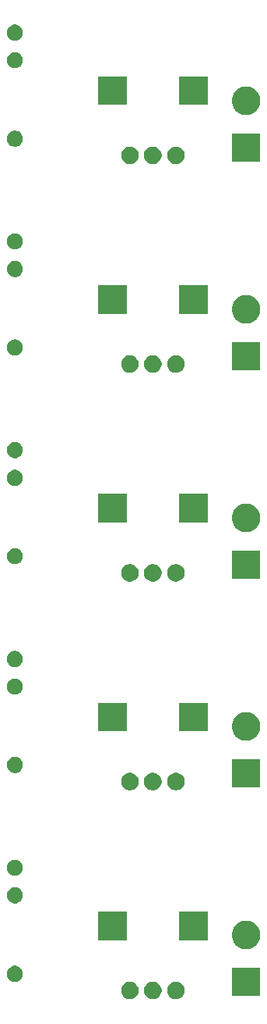
<source format=gbr>
G04 #@! TF.GenerationSoftware,KiCad,Pcbnew,(5.0.1-3-g963ef8bb5)*
G04 #@! TF.CreationDate,2019-10-31T13:33:25-05:00*
G04 #@! TF.ProjectId,ec_trim_12hp_module,65635F7472696D5F313268705F6D6F64,rev?*
G04 #@! TF.SameCoordinates,Original*
G04 #@! TF.FileFunction,Soldermask,Bot*
G04 #@! TF.FilePolarity,Negative*
%FSLAX46Y46*%
G04 Gerber Fmt 4.6, Leading zero omitted, Abs format (unit mm)*
G04 Created by KiCad (PCBNEW (5.0.1-3-g963ef8bb5)) date Thursday, October 31, 2019 at 01:33:25 PM*
%MOMM*%
%LPD*%
G01*
G04 APERTURE LIST*
%ADD10C,0.100000*%
G04 APERTURE END LIST*
D10*
G36*
X100232396Y-144160546D02*
X100405466Y-144232234D01*
X100561230Y-144336312D01*
X100693688Y-144468770D01*
X100797766Y-144624534D01*
X100869454Y-144797604D01*
X100906000Y-144981333D01*
X100906000Y-145168667D01*
X100869454Y-145352396D01*
X100797766Y-145525466D01*
X100693688Y-145681230D01*
X100561230Y-145813688D01*
X100405466Y-145917766D01*
X100232396Y-145989454D01*
X100048667Y-146026000D01*
X99861333Y-146026000D01*
X99677604Y-145989454D01*
X99504534Y-145917766D01*
X99348770Y-145813688D01*
X99216312Y-145681230D01*
X99112234Y-145525466D01*
X99040546Y-145352396D01*
X99004000Y-145168667D01*
X99004000Y-144981333D01*
X99040546Y-144797604D01*
X99112234Y-144624534D01*
X99216312Y-144468770D01*
X99348770Y-144336312D01*
X99504534Y-144232234D01*
X99677604Y-144160546D01*
X99861333Y-144124000D01*
X100048667Y-144124000D01*
X100232396Y-144160546D01*
X100232396Y-144160546D01*
G37*
G36*
X97732396Y-144160546D02*
X97905466Y-144232234D01*
X98061230Y-144336312D01*
X98193688Y-144468770D01*
X98297766Y-144624534D01*
X98369454Y-144797604D01*
X98406000Y-144981333D01*
X98406000Y-145168667D01*
X98369454Y-145352396D01*
X98297766Y-145525466D01*
X98193688Y-145681230D01*
X98061230Y-145813688D01*
X97905466Y-145917766D01*
X97732396Y-145989454D01*
X97548667Y-146026000D01*
X97361333Y-146026000D01*
X97177604Y-145989454D01*
X97004534Y-145917766D01*
X96848770Y-145813688D01*
X96716312Y-145681230D01*
X96612234Y-145525466D01*
X96540546Y-145352396D01*
X96504000Y-145168667D01*
X96504000Y-144981333D01*
X96540546Y-144797604D01*
X96612234Y-144624534D01*
X96716312Y-144468770D01*
X96848770Y-144336312D01*
X97004534Y-144232234D01*
X97177604Y-144160546D01*
X97361333Y-144124000D01*
X97548667Y-144124000D01*
X97732396Y-144160546D01*
X97732396Y-144160546D01*
G37*
G36*
X95232396Y-144160546D02*
X95405466Y-144232234D01*
X95561230Y-144336312D01*
X95693688Y-144468770D01*
X95797766Y-144624534D01*
X95869454Y-144797604D01*
X95906000Y-144981333D01*
X95906000Y-145168667D01*
X95869454Y-145352396D01*
X95797766Y-145525466D01*
X95693688Y-145681230D01*
X95561230Y-145813688D01*
X95405466Y-145917766D01*
X95232396Y-145989454D01*
X95048667Y-146026000D01*
X94861333Y-146026000D01*
X94677604Y-145989454D01*
X94504534Y-145917766D01*
X94348770Y-145813688D01*
X94216312Y-145681230D01*
X94112234Y-145525466D01*
X94040546Y-145352396D01*
X94004000Y-145168667D01*
X94004000Y-144981333D01*
X94040546Y-144797604D01*
X94112234Y-144624534D01*
X94216312Y-144468770D01*
X94348770Y-144336312D01*
X94504534Y-144232234D01*
X94677604Y-144160546D01*
X94861333Y-144124000D01*
X95048667Y-144124000D01*
X95232396Y-144160546D01*
X95232396Y-144160546D01*
G37*
G36*
X109152000Y-145696000D02*
X106050000Y-145696000D01*
X106050000Y-142594000D01*
X109152000Y-142594000D01*
X109152000Y-145696000D01*
X109152000Y-145696000D01*
G37*
G36*
X82583589Y-142407416D02*
X82710520Y-142432664D01*
X82869942Y-142498699D01*
X83013418Y-142594566D01*
X83135434Y-142716582D01*
X83231301Y-142860058D01*
X83297336Y-143019480D01*
X83331000Y-143188721D01*
X83331000Y-143361279D01*
X83297336Y-143530520D01*
X83231301Y-143689942D01*
X83135434Y-143833418D01*
X83013418Y-143955434D01*
X82869942Y-144051301D01*
X82710520Y-144117336D01*
X82583589Y-144142584D01*
X82541280Y-144151000D01*
X82368720Y-144151000D01*
X82326411Y-144142584D01*
X82199480Y-144117336D01*
X82040058Y-144051301D01*
X81896582Y-143955434D01*
X81774566Y-143833418D01*
X81678699Y-143689942D01*
X81612664Y-143530520D01*
X81579000Y-143361279D01*
X81579000Y-143188721D01*
X81612664Y-143019480D01*
X81678699Y-142860058D01*
X81774566Y-142716582D01*
X81896582Y-142594566D01*
X82040058Y-142498699D01*
X82199480Y-142432664D01*
X82326411Y-142407416D01*
X82368720Y-142399000D01*
X82541280Y-142399000D01*
X82583589Y-142407416D01*
X82583589Y-142407416D01*
G37*
G36*
X107953527Y-137553736D02*
X108053410Y-137573604D01*
X108335674Y-137690521D01*
X108589705Y-137860259D01*
X108805741Y-138076295D01*
X108975479Y-138330326D01*
X109092396Y-138612590D01*
X109152000Y-138912240D01*
X109152000Y-139217760D01*
X109092396Y-139517410D01*
X108975479Y-139799674D01*
X108805741Y-140053705D01*
X108589705Y-140269741D01*
X108335674Y-140439479D01*
X108053410Y-140556396D01*
X107953527Y-140576264D01*
X107753762Y-140616000D01*
X107448238Y-140616000D01*
X107248473Y-140576264D01*
X107148590Y-140556396D01*
X106866326Y-140439479D01*
X106612295Y-140269741D01*
X106396259Y-140053705D01*
X106226521Y-139799674D01*
X106109604Y-139517410D01*
X106050000Y-139217760D01*
X106050000Y-138912240D01*
X106109604Y-138612590D01*
X106226521Y-138330326D01*
X106396259Y-138076295D01*
X106612295Y-137860259D01*
X106866326Y-137690521D01*
X107148590Y-137573604D01*
X107248473Y-137553736D01*
X107448238Y-137514000D01*
X107753762Y-137514000D01*
X107953527Y-137553736D01*
X107953527Y-137553736D01*
G37*
G36*
X103406000Y-139626000D02*
X100304000Y-139626000D01*
X100304000Y-136524000D01*
X103406000Y-136524000D01*
X103406000Y-139626000D01*
X103406000Y-139626000D01*
G37*
G36*
X94606000Y-139626000D02*
X91504000Y-139626000D01*
X91504000Y-136524000D01*
X94606000Y-136524000D01*
X94606000Y-139626000D01*
X94606000Y-139626000D01*
G37*
G36*
X82583589Y-133907416D02*
X82710520Y-133932664D01*
X82869942Y-133998699D01*
X83013418Y-134094566D01*
X83135434Y-134216582D01*
X83231301Y-134360058D01*
X83297336Y-134519480D01*
X83331000Y-134688721D01*
X83331000Y-134861279D01*
X83297336Y-135030520D01*
X83231301Y-135189942D01*
X83135434Y-135333418D01*
X83013418Y-135455434D01*
X82869942Y-135551301D01*
X82710520Y-135617336D01*
X82583589Y-135642584D01*
X82541280Y-135651000D01*
X82368720Y-135651000D01*
X82326411Y-135642584D01*
X82199480Y-135617336D01*
X82040058Y-135551301D01*
X81896582Y-135455434D01*
X81774566Y-135333418D01*
X81678699Y-135189942D01*
X81612664Y-135030520D01*
X81579000Y-134861279D01*
X81579000Y-134688721D01*
X81612664Y-134519480D01*
X81678699Y-134360058D01*
X81774566Y-134216582D01*
X81896582Y-134094566D01*
X82040058Y-133998699D01*
X82199480Y-133932664D01*
X82326411Y-133907416D01*
X82368720Y-133899000D01*
X82541280Y-133899000D01*
X82583589Y-133907416D01*
X82583589Y-133907416D01*
G37*
G36*
X82583589Y-130907416D02*
X82710520Y-130932664D01*
X82869942Y-130998699D01*
X83013418Y-131094566D01*
X83135434Y-131216582D01*
X83231301Y-131360058D01*
X83297336Y-131519480D01*
X83331000Y-131688721D01*
X83331000Y-131861279D01*
X83297336Y-132030520D01*
X83231301Y-132189942D01*
X83135434Y-132333418D01*
X83013418Y-132455434D01*
X82869942Y-132551301D01*
X82710520Y-132617336D01*
X82583589Y-132642584D01*
X82541280Y-132651000D01*
X82368720Y-132651000D01*
X82326411Y-132642584D01*
X82199480Y-132617336D01*
X82040058Y-132551301D01*
X81896582Y-132455434D01*
X81774566Y-132333418D01*
X81678699Y-132189942D01*
X81612664Y-132030520D01*
X81579000Y-131861279D01*
X81579000Y-131688721D01*
X81612664Y-131519480D01*
X81678699Y-131360058D01*
X81774566Y-131216582D01*
X81896582Y-131094566D01*
X82040058Y-130998699D01*
X82199480Y-130932664D01*
X82326411Y-130907416D01*
X82368720Y-130899000D01*
X82541280Y-130899000D01*
X82583589Y-130907416D01*
X82583589Y-130907416D01*
G37*
G36*
X100232396Y-121529796D02*
X100405466Y-121601484D01*
X100561230Y-121705562D01*
X100693688Y-121838020D01*
X100797766Y-121993784D01*
X100869454Y-122166854D01*
X100906000Y-122350583D01*
X100906000Y-122537917D01*
X100869454Y-122721646D01*
X100797766Y-122894716D01*
X100693688Y-123050480D01*
X100561230Y-123182938D01*
X100405466Y-123287016D01*
X100232396Y-123358704D01*
X100048667Y-123395250D01*
X99861333Y-123395250D01*
X99677604Y-123358704D01*
X99504534Y-123287016D01*
X99348770Y-123182938D01*
X99216312Y-123050480D01*
X99112234Y-122894716D01*
X99040546Y-122721646D01*
X99004000Y-122537917D01*
X99004000Y-122350583D01*
X99040546Y-122166854D01*
X99112234Y-121993784D01*
X99216312Y-121838020D01*
X99348770Y-121705562D01*
X99504534Y-121601484D01*
X99677604Y-121529796D01*
X99861333Y-121493250D01*
X100048667Y-121493250D01*
X100232396Y-121529796D01*
X100232396Y-121529796D01*
G37*
G36*
X97732396Y-121529796D02*
X97905466Y-121601484D01*
X98061230Y-121705562D01*
X98193688Y-121838020D01*
X98297766Y-121993784D01*
X98369454Y-122166854D01*
X98406000Y-122350583D01*
X98406000Y-122537917D01*
X98369454Y-122721646D01*
X98297766Y-122894716D01*
X98193688Y-123050480D01*
X98061230Y-123182938D01*
X97905466Y-123287016D01*
X97732396Y-123358704D01*
X97548667Y-123395250D01*
X97361333Y-123395250D01*
X97177604Y-123358704D01*
X97004534Y-123287016D01*
X96848770Y-123182938D01*
X96716312Y-123050480D01*
X96612234Y-122894716D01*
X96540546Y-122721646D01*
X96504000Y-122537917D01*
X96504000Y-122350583D01*
X96540546Y-122166854D01*
X96612234Y-121993784D01*
X96716312Y-121838020D01*
X96848770Y-121705562D01*
X97004534Y-121601484D01*
X97177604Y-121529796D01*
X97361333Y-121493250D01*
X97548667Y-121493250D01*
X97732396Y-121529796D01*
X97732396Y-121529796D01*
G37*
G36*
X95232396Y-121529796D02*
X95405466Y-121601484D01*
X95561230Y-121705562D01*
X95693688Y-121838020D01*
X95797766Y-121993784D01*
X95869454Y-122166854D01*
X95906000Y-122350583D01*
X95906000Y-122537917D01*
X95869454Y-122721646D01*
X95797766Y-122894716D01*
X95693688Y-123050480D01*
X95561230Y-123182938D01*
X95405466Y-123287016D01*
X95232396Y-123358704D01*
X95048667Y-123395250D01*
X94861333Y-123395250D01*
X94677604Y-123358704D01*
X94504534Y-123287016D01*
X94348770Y-123182938D01*
X94216312Y-123050480D01*
X94112234Y-122894716D01*
X94040546Y-122721646D01*
X94004000Y-122537917D01*
X94004000Y-122350583D01*
X94040546Y-122166854D01*
X94112234Y-121993784D01*
X94216312Y-121838020D01*
X94348770Y-121705562D01*
X94504534Y-121601484D01*
X94677604Y-121529796D01*
X94861333Y-121493250D01*
X95048667Y-121493250D01*
X95232396Y-121529796D01*
X95232396Y-121529796D01*
G37*
G36*
X109152000Y-123090000D02*
X106050000Y-123090000D01*
X106050000Y-119988000D01*
X109152000Y-119988000D01*
X109152000Y-123090000D01*
X109152000Y-123090000D01*
G37*
G36*
X82583589Y-119776666D02*
X82710520Y-119801914D01*
X82869942Y-119867949D01*
X83013418Y-119963816D01*
X83135434Y-120085832D01*
X83231301Y-120229308D01*
X83297336Y-120388730D01*
X83331000Y-120557971D01*
X83331000Y-120730529D01*
X83297336Y-120899770D01*
X83231301Y-121059192D01*
X83135434Y-121202668D01*
X83013418Y-121324684D01*
X82869942Y-121420551D01*
X82710520Y-121486586D01*
X82583589Y-121511834D01*
X82541280Y-121520250D01*
X82368720Y-121520250D01*
X82326411Y-121511834D01*
X82199480Y-121486586D01*
X82040058Y-121420551D01*
X81896582Y-121324684D01*
X81774566Y-121202668D01*
X81678699Y-121059192D01*
X81612664Y-120899770D01*
X81579000Y-120730529D01*
X81579000Y-120557971D01*
X81612664Y-120388730D01*
X81678699Y-120229308D01*
X81774566Y-120085832D01*
X81896582Y-119963816D01*
X82040058Y-119867949D01*
X82199480Y-119801914D01*
X82326411Y-119776666D01*
X82368720Y-119768250D01*
X82541280Y-119768250D01*
X82583589Y-119776666D01*
X82583589Y-119776666D01*
G37*
G36*
X107953527Y-114947736D02*
X108053410Y-114967604D01*
X108335674Y-115084521D01*
X108589705Y-115254259D01*
X108805741Y-115470295D01*
X108975479Y-115724326D01*
X109092396Y-116006590D01*
X109152000Y-116306240D01*
X109152000Y-116611760D01*
X109092396Y-116911410D01*
X108975479Y-117193674D01*
X108805741Y-117447705D01*
X108589705Y-117663741D01*
X108335674Y-117833479D01*
X108053410Y-117950396D01*
X107953527Y-117970264D01*
X107753762Y-118010000D01*
X107448238Y-118010000D01*
X107248473Y-117970264D01*
X107148590Y-117950396D01*
X106866326Y-117833479D01*
X106612295Y-117663741D01*
X106396259Y-117447705D01*
X106226521Y-117193674D01*
X106109604Y-116911410D01*
X106050000Y-116611760D01*
X106050000Y-116306240D01*
X106109604Y-116006590D01*
X106226521Y-115724326D01*
X106396259Y-115470295D01*
X106612295Y-115254259D01*
X106866326Y-115084521D01*
X107148590Y-114967604D01*
X107248473Y-114947736D01*
X107448238Y-114908000D01*
X107753762Y-114908000D01*
X107953527Y-114947736D01*
X107953527Y-114947736D01*
G37*
G36*
X103406000Y-116995250D02*
X100304000Y-116995250D01*
X100304000Y-113893250D01*
X103406000Y-113893250D01*
X103406000Y-116995250D01*
X103406000Y-116995250D01*
G37*
G36*
X94606000Y-116995250D02*
X91504000Y-116995250D01*
X91504000Y-113893250D01*
X94606000Y-113893250D01*
X94606000Y-116995250D01*
X94606000Y-116995250D01*
G37*
G36*
X82583589Y-111276666D02*
X82710520Y-111301914D01*
X82869942Y-111367949D01*
X83013418Y-111463816D01*
X83135434Y-111585832D01*
X83231301Y-111729308D01*
X83297336Y-111888730D01*
X83331000Y-112057971D01*
X83331000Y-112230529D01*
X83297336Y-112399770D01*
X83231301Y-112559192D01*
X83135434Y-112702668D01*
X83013418Y-112824684D01*
X82869942Y-112920551D01*
X82710520Y-112986586D01*
X82583589Y-113011834D01*
X82541280Y-113020250D01*
X82368720Y-113020250D01*
X82326411Y-113011834D01*
X82199480Y-112986586D01*
X82040058Y-112920551D01*
X81896582Y-112824684D01*
X81774566Y-112702668D01*
X81678699Y-112559192D01*
X81612664Y-112399770D01*
X81579000Y-112230529D01*
X81579000Y-112057971D01*
X81612664Y-111888730D01*
X81678699Y-111729308D01*
X81774566Y-111585832D01*
X81896582Y-111463816D01*
X82040058Y-111367949D01*
X82199480Y-111301914D01*
X82326411Y-111276666D01*
X82368720Y-111268250D01*
X82541280Y-111268250D01*
X82583589Y-111276666D01*
X82583589Y-111276666D01*
G37*
G36*
X82583589Y-108276666D02*
X82710520Y-108301914D01*
X82869942Y-108367949D01*
X83013418Y-108463816D01*
X83135434Y-108585832D01*
X83231301Y-108729308D01*
X83297336Y-108888730D01*
X83331000Y-109057971D01*
X83331000Y-109230529D01*
X83297336Y-109399770D01*
X83231301Y-109559192D01*
X83135434Y-109702668D01*
X83013418Y-109824684D01*
X82869942Y-109920551D01*
X82710520Y-109986586D01*
X82583589Y-110011834D01*
X82541280Y-110020250D01*
X82368720Y-110020250D01*
X82326411Y-110011834D01*
X82199480Y-109986586D01*
X82040058Y-109920551D01*
X81896582Y-109824684D01*
X81774566Y-109702668D01*
X81678699Y-109559192D01*
X81612664Y-109399770D01*
X81579000Y-109230529D01*
X81579000Y-109057971D01*
X81612664Y-108888730D01*
X81678699Y-108729308D01*
X81774566Y-108585832D01*
X81896582Y-108463816D01*
X82040058Y-108367949D01*
X82199480Y-108301914D01*
X82326411Y-108276666D01*
X82368720Y-108268250D01*
X82541280Y-108268250D01*
X82583589Y-108276666D01*
X82583589Y-108276666D01*
G37*
G36*
X95232396Y-98899046D02*
X95405466Y-98970734D01*
X95561230Y-99074812D01*
X95693688Y-99207270D01*
X95797766Y-99363034D01*
X95869454Y-99536104D01*
X95906000Y-99719833D01*
X95906000Y-99907167D01*
X95869454Y-100090896D01*
X95797766Y-100263966D01*
X95693688Y-100419730D01*
X95561230Y-100552188D01*
X95405466Y-100656266D01*
X95232396Y-100727954D01*
X95048667Y-100764500D01*
X94861333Y-100764500D01*
X94677604Y-100727954D01*
X94504534Y-100656266D01*
X94348770Y-100552188D01*
X94216312Y-100419730D01*
X94112234Y-100263966D01*
X94040546Y-100090896D01*
X94004000Y-99907167D01*
X94004000Y-99719833D01*
X94040546Y-99536104D01*
X94112234Y-99363034D01*
X94216312Y-99207270D01*
X94348770Y-99074812D01*
X94504534Y-98970734D01*
X94677604Y-98899046D01*
X94861333Y-98862500D01*
X95048667Y-98862500D01*
X95232396Y-98899046D01*
X95232396Y-98899046D01*
G37*
G36*
X100232396Y-98899046D02*
X100405466Y-98970734D01*
X100561230Y-99074812D01*
X100693688Y-99207270D01*
X100797766Y-99363034D01*
X100869454Y-99536104D01*
X100906000Y-99719833D01*
X100906000Y-99907167D01*
X100869454Y-100090896D01*
X100797766Y-100263966D01*
X100693688Y-100419730D01*
X100561230Y-100552188D01*
X100405466Y-100656266D01*
X100232396Y-100727954D01*
X100048667Y-100764500D01*
X99861333Y-100764500D01*
X99677604Y-100727954D01*
X99504534Y-100656266D01*
X99348770Y-100552188D01*
X99216312Y-100419730D01*
X99112234Y-100263966D01*
X99040546Y-100090896D01*
X99004000Y-99907167D01*
X99004000Y-99719833D01*
X99040546Y-99536104D01*
X99112234Y-99363034D01*
X99216312Y-99207270D01*
X99348770Y-99074812D01*
X99504534Y-98970734D01*
X99677604Y-98899046D01*
X99861333Y-98862500D01*
X100048667Y-98862500D01*
X100232396Y-98899046D01*
X100232396Y-98899046D01*
G37*
G36*
X97732396Y-98899046D02*
X97905466Y-98970734D01*
X98061230Y-99074812D01*
X98193688Y-99207270D01*
X98297766Y-99363034D01*
X98369454Y-99536104D01*
X98406000Y-99719833D01*
X98406000Y-99907167D01*
X98369454Y-100090896D01*
X98297766Y-100263966D01*
X98193688Y-100419730D01*
X98061230Y-100552188D01*
X97905466Y-100656266D01*
X97732396Y-100727954D01*
X97548667Y-100764500D01*
X97361333Y-100764500D01*
X97177604Y-100727954D01*
X97004534Y-100656266D01*
X96848770Y-100552188D01*
X96716312Y-100419730D01*
X96612234Y-100263966D01*
X96540546Y-100090896D01*
X96504000Y-99907167D01*
X96504000Y-99719833D01*
X96540546Y-99536104D01*
X96612234Y-99363034D01*
X96716312Y-99207270D01*
X96848770Y-99074812D01*
X97004534Y-98970734D01*
X97177604Y-98899046D01*
X97361333Y-98862500D01*
X97548667Y-98862500D01*
X97732396Y-98899046D01*
X97732396Y-98899046D01*
G37*
G36*
X109152000Y-100484000D02*
X106050000Y-100484000D01*
X106050000Y-97382000D01*
X109152000Y-97382000D01*
X109152000Y-100484000D01*
X109152000Y-100484000D01*
G37*
G36*
X82583589Y-97145916D02*
X82710520Y-97171164D01*
X82869942Y-97237199D01*
X83013418Y-97333066D01*
X83135434Y-97455082D01*
X83231301Y-97598558D01*
X83297336Y-97757980D01*
X83331000Y-97927221D01*
X83331000Y-98099779D01*
X83297336Y-98269020D01*
X83231301Y-98428442D01*
X83135434Y-98571918D01*
X83013418Y-98693934D01*
X82869942Y-98789801D01*
X82710520Y-98855836D01*
X82583589Y-98881084D01*
X82541280Y-98889500D01*
X82368720Y-98889500D01*
X82326411Y-98881084D01*
X82199480Y-98855836D01*
X82040058Y-98789801D01*
X81896582Y-98693934D01*
X81774566Y-98571918D01*
X81678699Y-98428442D01*
X81612664Y-98269020D01*
X81579000Y-98099779D01*
X81579000Y-97927221D01*
X81612664Y-97757980D01*
X81678699Y-97598558D01*
X81774566Y-97455082D01*
X81896582Y-97333066D01*
X82040058Y-97237199D01*
X82199480Y-97171164D01*
X82326411Y-97145916D01*
X82368720Y-97137500D01*
X82541280Y-97137500D01*
X82583589Y-97145916D01*
X82583589Y-97145916D01*
G37*
G36*
X107953527Y-92341736D02*
X108053410Y-92361604D01*
X108335674Y-92478521D01*
X108589705Y-92648259D01*
X108805741Y-92864295D01*
X108975479Y-93118326D01*
X109092396Y-93400590D01*
X109152000Y-93700240D01*
X109152000Y-94005760D01*
X109092396Y-94305410D01*
X108975479Y-94587674D01*
X108805741Y-94841705D01*
X108589705Y-95057741D01*
X108335674Y-95227479D01*
X108053410Y-95344396D01*
X107953527Y-95364264D01*
X107753762Y-95404000D01*
X107448238Y-95404000D01*
X107248473Y-95364264D01*
X107148590Y-95344396D01*
X106866326Y-95227479D01*
X106612295Y-95057741D01*
X106396259Y-94841705D01*
X106226521Y-94587674D01*
X106109604Y-94305410D01*
X106050000Y-94005760D01*
X106050000Y-93700240D01*
X106109604Y-93400590D01*
X106226521Y-93118326D01*
X106396259Y-92864295D01*
X106612295Y-92648259D01*
X106866326Y-92478521D01*
X107148590Y-92361604D01*
X107248473Y-92341736D01*
X107448238Y-92302000D01*
X107753762Y-92302000D01*
X107953527Y-92341736D01*
X107953527Y-92341736D01*
G37*
G36*
X94606000Y-94364500D02*
X91504000Y-94364500D01*
X91504000Y-91262500D01*
X94606000Y-91262500D01*
X94606000Y-94364500D01*
X94606000Y-94364500D01*
G37*
G36*
X103406000Y-94364500D02*
X100304000Y-94364500D01*
X100304000Y-91262500D01*
X103406000Y-91262500D01*
X103406000Y-94364500D01*
X103406000Y-94364500D01*
G37*
G36*
X82583589Y-88645916D02*
X82710520Y-88671164D01*
X82869942Y-88737199D01*
X83013418Y-88833066D01*
X83135434Y-88955082D01*
X83231301Y-89098558D01*
X83297336Y-89257980D01*
X83331000Y-89427221D01*
X83331000Y-89599779D01*
X83297336Y-89769020D01*
X83231301Y-89928442D01*
X83135434Y-90071918D01*
X83013418Y-90193934D01*
X82869942Y-90289801D01*
X82710520Y-90355836D01*
X82583589Y-90381084D01*
X82541280Y-90389500D01*
X82368720Y-90389500D01*
X82326411Y-90381084D01*
X82199480Y-90355836D01*
X82040058Y-90289801D01*
X81896582Y-90193934D01*
X81774566Y-90071918D01*
X81678699Y-89928442D01*
X81612664Y-89769020D01*
X81579000Y-89599779D01*
X81579000Y-89427221D01*
X81612664Y-89257980D01*
X81678699Y-89098558D01*
X81774566Y-88955082D01*
X81896582Y-88833066D01*
X82040058Y-88737199D01*
X82199480Y-88671164D01*
X82326411Y-88645916D01*
X82368720Y-88637500D01*
X82541280Y-88637500D01*
X82583589Y-88645916D01*
X82583589Y-88645916D01*
G37*
G36*
X82583589Y-85645916D02*
X82710520Y-85671164D01*
X82869942Y-85737199D01*
X83013418Y-85833066D01*
X83135434Y-85955082D01*
X83231301Y-86098558D01*
X83297336Y-86257980D01*
X83331000Y-86427221D01*
X83331000Y-86599779D01*
X83297336Y-86769020D01*
X83231301Y-86928442D01*
X83135434Y-87071918D01*
X83013418Y-87193934D01*
X82869942Y-87289801D01*
X82710520Y-87355836D01*
X82583589Y-87381084D01*
X82541280Y-87389500D01*
X82368720Y-87389500D01*
X82326411Y-87381084D01*
X82199480Y-87355836D01*
X82040058Y-87289801D01*
X81896582Y-87193934D01*
X81774566Y-87071918D01*
X81678699Y-86928442D01*
X81612664Y-86769020D01*
X81579000Y-86599779D01*
X81579000Y-86427221D01*
X81612664Y-86257980D01*
X81678699Y-86098558D01*
X81774566Y-85955082D01*
X81896582Y-85833066D01*
X82040058Y-85737199D01*
X82199480Y-85671164D01*
X82326411Y-85645916D01*
X82368720Y-85637500D01*
X82541280Y-85637500D01*
X82583589Y-85645916D01*
X82583589Y-85645916D01*
G37*
G36*
X97732396Y-76268296D02*
X97905466Y-76339984D01*
X98061230Y-76444062D01*
X98193688Y-76576520D01*
X98297766Y-76732284D01*
X98369454Y-76905354D01*
X98406000Y-77089083D01*
X98406000Y-77276417D01*
X98369454Y-77460146D01*
X98297766Y-77633216D01*
X98193688Y-77788980D01*
X98061230Y-77921438D01*
X97905466Y-78025516D01*
X97732396Y-78097204D01*
X97548667Y-78133750D01*
X97361333Y-78133750D01*
X97177604Y-78097204D01*
X97004534Y-78025516D01*
X96848770Y-77921438D01*
X96716312Y-77788980D01*
X96612234Y-77633216D01*
X96540546Y-77460146D01*
X96504000Y-77276417D01*
X96504000Y-77089083D01*
X96540546Y-76905354D01*
X96612234Y-76732284D01*
X96716312Y-76576520D01*
X96848770Y-76444062D01*
X97004534Y-76339984D01*
X97177604Y-76268296D01*
X97361333Y-76231750D01*
X97548667Y-76231750D01*
X97732396Y-76268296D01*
X97732396Y-76268296D01*
G37*
G36*
X100232396Y-76268296D02*
X100405466Y-76339984D01*
X100561230Y-76444062D01*
X100693688Y-76576520D01*
X100797766Y-76732284D01*
X100869454Y-76905354D01*
X100906000Y-77089083D01*
X100906000Y-77276417D01*
X100869454Y-77460146D01*
X100797766Y-77633216D01*
X100693688Y-77788980D01*
X100561230Y-77921438D01*
X100405466Y-78025516D01*
X100232396Y-78097204D01*
X100048667Y-78133750D01*
X99861333Y-78133750D01*
X99677604Y-78097204D01*
X99504534Y-78025516D01*
X99348770Y-77921438D01*
X99216312Y-77788980D01*
X99112234Y-77633216D01*
X99040546Y-77460146D01*
X99004000Y-77276417D01*
X99004000Y-77089083D01*
X99040546Y-76905354D01*
X99112234Y-76732284D01*
X99216312Y-76576520D01*
X99348770Y-76444062D01*
X99504534Y-76339984D01*
X99677604Y-76268296D01*
X99861333Y-76231750D01*
X100048667Y-76231750D01*
X100232396Y-76268296D01*
X100232396Y-76268296D01*
G37*
G36*
X95232396Y-76268296D02*
X95405466Y-76339984D01*
X95561230Y-76444062D01*
X95693688Y-76576520D01*
X95797766Y-76732284D01*
X95869454Y-76905354D01*
X95906000Y-77089083D01*
X95906000Y-77276417D01*
X95869454Y-77460146D01*
X95797766Y-77633216D01*
X95693688Y-77788980D01*
X95561230Y-77921438D01*
X95405466Y-78025516D01*
X95232396Y-78097204D01*
X95048667Y-78133750D01*
X94861333Y-78133750D01*
X94677604Y-78097204D01*
X94504534Y-78025516D01*
X94348770Y-77921438D01*
X94216312Y-77788980D01*
X94112234Y-77633216D01*
X94040546Y-77460146D01*
X94004000Y-77276417D01*
X94004000Y-77089083D01*
X94040546Y-76905354D01*
X94112234Y-76732284D01*
X94216312Y-76576520D01*
X94348770Y-76444062D01*
X94504534Y-76339984D01*
X94677604Y-76268296D01*
X94861333Y-76231750D01*
X95048667Y-76231750D01*
X95232396Y-76268296D01*
X95232396Y-76268296D01*
G37*
G36*
X109152000Y-77878000D02*
X106050000Y-77878000D01*
X106050000Y-74776000D01*
X109152000Y-74776000D01*
X109152000Y-77878000D01*
X109152000Y-77878000D01*
G37*
G36*
X82583589Y-74515166D02*
X82710520Y-74540414D01*
X82869942Y-74606449D01*
X83013418Y-74702316D01*
X83135434Y-74824332D01*
X83231301Y-74967808D01*
X83297336Y-75127230D01*
X83331000Y-75296471D01*
X83331000Y-75469029D01*
X83297336Y-75638270D01*
X83231301Y-75797692D01*
X83135434Y-75941168D01*
X83013418Y-76063184D01*
X82869942Y-76159051D01*
X82710520Y-76225086D01*
X82583589Y-76250334D01*
X82541280Y-76258750D01*
X82368720Y-76258750D01*
X82326411Y-76250334D01*
X82199480Y-76225086D01*
X82040058Y-76159051D01*
X81896582Y-76063184D01*
X81774566Y-75941168D01*
X81678699Y-75797692D01*
X81612664Y-75638270D01*
X81579000Y-75469029D01*
X81579000Y-75296471D01*
X81612664Y-75127230D01*
X81678699Y-74967808D01*
X81774566Y-74824332D01*
X81896582Y-74702316D01*
X82040058Y-74606449D01*
X82199480Y-74540414D01*
X82326411Y-74515166D01*
X82368720Y-74506750D01*
X82541280Y-74506750D01*
X82583589Y-74515166D01*
X82583589Y-74515166D01*
G37*
G36*
X107953527Y-69735736D02*
X108053410Y-69755604D01*
X108335674Y-69872521D01*
X108589705Y-70042259D01*
X108805741Y-70258295D01*
X108975479Y-70512326D01*
X109092396Y-70794590D01*
X109152000Y-71094240D01*
X109152000Y-71399760D01*
X109092396Y-71699410D01*
X108975479Y-71981674D01*
X108805741Y-72235705D01*
X108589705Y-72451741D01*
X108335674Y-72621479D01*
X108053410Y-72738396D01*
X107953527Y-72758264D01*
X107753762Y-72798000D01*
X107448238Y-72798000D01*
X107248473Y-72758264D01*
X107148590Y-72738396D01*
X106866326Y-72621479D01*
X106612295Y-72451741D01*
X106396259Y-72235705D01*
X106226521Y-71981674D01*
X106109604Y-71699410D01*
X106050000Y-71399760D01*
X106050000Y-71094240D01*
X106109604Y-70794590D01*
X106226521Y-70512326D01*
X106396259Y-70258295D01*
X106612295Y-70042259D01*
X106866326Y-69872521D01*
X107148590Y-69755604D01*
X107248473Y-69735736D01*
X107448238Y-69696000D01*
X107753762Y-69696000D01*
X107953527Y-69735736D01*
X107953527Y-69735736D01*
G37*
G36*
X103406000Y-71733750D02*
X100304000Y-71733750D01*
X100304000Y-68631750D01*
X103406000Y-68631750D01*
X103406000Y-71733750D01*
X103406000Y-71733750D01*
G37*
G36*
X94606000Y-71733750D02*
X91504000Y-71733750D01*
X91504000Y-68631750D01*
X94606000Y-68631750D01*
X94606000Y-71733750D01*
X94606000Y-71733750D01*
G37*
G36*
X82583589Y-66015166D02*
X82710520Y-66040414D01*
X82869942Y-66106449D01*
X83013418Y-66202316D01*
X83135434Y-66324332D01*
X83231301Y-66467808D01*
X83297336Y-66627230D01*
X83331000Y-66796471D01*
X83331000Y-66969029D01*
X83297336Y-67138270D01*
X83231301Y-67297692D01*
X83135434Y-67441168D01*
X83013418Y-67563184D01*
X82869942Y-67659051D01*
X82710520Y-67725086D01*
X82583589Y-67750334D01*
X82541280Y-67758750D01*
X82368720Y-67758750D01*
X82326411Y-67750334D01*
X82199480Y-67725086D01*
X82040058Y-67659051D01*
X81896582Y-67563184D01*
X81774566Y-67441168D01*
X81678699Y-67297692D01*
X81612664Y-67138270D01*
X81579000Y-66969029D01*
X81579000Y-66796471D01*
X81612664Y-66627230D01*
X81678699Y-66467808D01*
X81774566Y-66324332D01*
X81896582Y-66202316D01*
X82040058Y-66106449D01*
X82199480Y-66040414D01*
X82326411Y-66015166D01*
X82368720Y-66006750D01*
X82541280Y-66006750D01*
X82583589Y-66015166D01*
X82583589Y-66015166D01*
G37*
G36*
X82583589Y-63015166D02*
X82710520Y-63040414D01*
X82869942Y-63106449D01*
X83013418Y-63202316D01*
X83135434Y-63324332D01*
X83231301Y-63467808D01*
X83297336Y-63627230D01*
X83331000Y-63796471D01*
X83331000Y-63969029D01*
X83297336Y-64138270D01*
X83231301Y-64297692D01*
X83135434Y-64441168D01*
X83013418Y-64563184D01*
X82869942Y-64659051D01*
X82710520Y-64725086D01*
X82583589Y-64750334D01*
X82541280Y-64758750D01*
X82368720Y-64758750D01*
X82326411Y-64750334D01*
X82199480Y-64725086D01*
X82040058Y-64659051D01*
X81896582Y-64563184D01*
X81774566Y-64441168D01*
X81678699Y-64297692D01*
X81612664Y-64138270D01*
X81579000Y-63969029D01*
X81579000Y-63796471D01*
X81612664Y-63627230D01*
X81678699Y-63467808D01*
X81774566Y-63324332D01*
X81896582Y-63202316D01*
X82040058Y-63106449D01*
X82199480Y-63040414D01*
X82326411Y-63015166D01*
X82368720Y-63006750D01*
X82541280Y-63006750D01*
X82583589Y-63015166D01*
X82583589Y-63015166D01*
G37*
G36*
X97732396Y-53637546D02*
X97905466Y-53709234D01*
X98061230Y-53813312D01*
X98193688Y-53945770D01*
X98297766Y-54101534D01*
X98369454Y-54274604D01*
X98406000Y-54458333D01*
X98406000Y-54645667D01*
X98369454Y-54829396D01*
X98297766Y-55002466D01*
X98193688Y-55158230D01*
X98061230Y-55290688D01*
X97905466Y-55394766D01*
X97732396Y-55466454D01*
X97548667Y-55503000D01*
X97361333Y-55503000D01*
X97177604Y-55466454D01*
X97004534Y-55394766D01*
X96848770Y-55290688D01*
X96716312Y-55158230D01*
X96612234Y-55002466D01*
X96540546Y-54829396D01*
X96504000Y-54645667D01*
X96504000Y-54458333D01*
X96540546Y-54274604D01*
X96612234Y-54101534D01*
X96716312Y-53945770D01*
X96848770Y-53813312D01*
X97004534Y-53709234D01*
X97177604Y-53637546D01*
X97361333Y-53601000D01*
X97548667Y-53601000D01*
X97732396Y-53637546D01*
X97732396Y-53637546D01*
G37*
G36*
X100232396Y-53637546D02*
X100405466Y-53709234D01*
X100561230Y-53813312D01*
X100693688Y-53945770D01*
X100797766Y-54101534D01*
X100869454Y-54274604D01*
X100906000Y-54458333D01*
X100906000Y-54645667D01*
X100869454Y-54829396D01*
X100797766Y-55002466D01*
X100693688Y-55158230D01*
X100561230Y-55290688D01*
X100405466Y-55394766D01*
X100232396Y-55466454D01*
X100048667Y-55503000D01*
X99861333Y-55503000D01*
X99677604Y-55466454D01*
X99504534Y-55394766D01*
X99348770Y-55290688D01*
X99216312Y-55158230D01*
X99112234Y-55002466D01*
X99040546Y-54829396D01*
X99004000Y-54645667D01*
X99004000Y-54458333D01*
X99040546Y-54274604D01*
X99112234Y-54101534D01*
X99216312Y-53945770D01*
X99348770Y-53813312D01*
X99504534Y-53709234D01*
X99677604Y-53637546D01*
X99861333Y-53601000D01*
X100048667Y-53601000D01*
X100232396Y-53637546D01*
X100232396Y-53637546D01*
G37*
G36*
X95232396Y-53637546D02*
X95405466Y-53709234D01*
X95561230Y-53813312D01*
X95693688Y-53945770D01*
X95797766Y-54101534D01*
X95869454Y-54274604D01*
X95906000Y-54458333D01*
X95906000Y-54645667D01*
X95869454Y-54829396D01*
X95797766Y-55002466D01*
X95693688Y-55158230D01*
X95561230Y-55290688D01*
X95405466Y-55394766D01*
X95232396Y-55466454D01*
X95048667Y-55503000D01*
X94861333Y-55503000D01*
X94677604Y-55466454D01*
X94504534Y-55394766D01*
X94348770Y-55290688D01*
X94216312Y-55158230D01*
X94112234Y-55002466D01*
X94040546Y-54829396D01*
X94004000Y-54645667D01*
X94004000Y-54458333D01*
X94040546Y-54274604D01*
X94112234Y-54101534D01*
X94216312Y-53945770D01*
X94348770Y-53813312D01*
X94504534Y-53709234D01*
X94677604Y-53637546D01*
X94861333Y-53601000D01*
X95048667Y-53601000D01*
X95232396Y-53637546D01*
X95232396Y-53637546D01*
G37*
G36*
X109152000Y-55272000D02*
X106050000Y-55272000D01*
X106050000Y-52170000D01*
X109152000Y-52170000D01*
X109152000Y-55272000D01*
X109152000Y-55272000D01*
G37*
G36*
X82583589Y-51884416D02*
X82710520Y-51909664D01*
X82869942Y-51975699D01*
X83013418Y-52071566D01*
X83135434Y-52193582D01*
X83231301Y-52337058D01*
X83297336Y-52496480D01*
X83331000Y-52665721D01*
X83331000Y-52838279D01*
X83297336Y-53007520D01*
X83231301Y-53166942D01*
X83135434Y-53310418D01*
X83013418Y-53432434D01*
X82869942Y-53528301D01*
X82710520Y-53594336D01*
X82583589Y-53619584D01*
X82541280Y-53628000D01*
X82368720Y-53628000D01*
X82326411Y-53619584D01*
X82199480Y-53594336D01*
X82040058Y-53528301D01*
X81896582Y-53432434D01*
X81774566Y-53310418D01*
X81678699Y-53166942D01*
X81612664Y-53007520D01*
X81579000Y-52838279D01*
X81579000Y-52665721D01*
X81612664Y-52496480D01*
X81678699Y-52337058D01*
X81774566Y-52193582D01*
X81896582Y-52071566D01*
X82040058Y-51975699D01*
X82199480Y-51909664D01*
X82326411Y-51884416D01*
X82368720Y-51876000D01*
X82541280Y-51876000D01*
X82583589Y-51884416D01*
X82583589Y-51884416D01*
G37*
G36*
X107953527Y-47129736D02*
X108053410Y-47149604D01*
X108335674Y-47266521D01*
X108589705Y-47436259D01*
X108805741Y-47652295D01*
X108975479Y-47906326D01*
X109092396Y-48188590D01*
X109152000Y-48488240D01*
X109152000Y-48793760D01*
X109092396Y-49093410D01*
X108975479Y-49375674D01*
X108805741Y-49629705D01*
X108589705Y-49845741D01*
X108335674Y-50015479D01*
X108053410Y-50132396D01*
X107953527Y-50152264D01*
X107753762Y-50192000D01*
X107448238Y-50192000D01*
X107248473Y-50152264D01*
X107148590Y-50132396D01*
X106866326Y-50015479D01*
X106612295Y-49845741D01*
X106396259Y-49629705D01*
X106226521Y-49375674D01*
X106109604Y-49093410D01*
X106050000Y-48793760D01*
X106050000Y-48488240D01*
X106109604Y-48188590D01*
X106226521Y-47906326D01*
X106396259Y-47652295D01*
X106612295Y-47436259D01*
X106866326Y-47266521D01*
X107148590Y-47149604D01*
X107248473Y-47129736D01*
X107448238Y-47090000D01*
X107753762Y-47090000D01*
X107953527Y-47129736D01*
X107953527Y-47129736D01*
G37*
G36*
X103406000Y-49103000D02*
X100304000Y-49103000D01*
X100304000Y-46001000D01*
X103406000Y-46001000D01*
X103406000Y-49103000D01*
X103406000Y-49103000D01*
G37*
G36*
X94606000Y-49103000D02*
X91504000Y-49103000D01*
X91504000Y-46001000D01*
X94606000Y-46001000D01*
X94606000Y-49103000D01*
X94606000Y-49103000D01*
G37*
G36*
X82583589Y-43384416D02*
X82710520Y-43409664D01*
X82869942Y-43475699D01*
X83013418Y-43571566D01*
X83135434Y-43693582D01*
X83231301Y-43837058D01*
X83297336Y-43996480D01*
X83331000Y-44165721D01*
X83331000Y-44338279D01*
X83297336Y-44507520D01*
X83231301Y-44666942D01*
X83135434Y-44810418D01*
X83013418Y-44932434D01*
X82869942Y-45028301D01*
X82710520Y-45094336D01*
X82583589Y-45119584D01*
X82541280Y-45128000D01*
X82368720Y-45128000D01*
X82326411Y-45119584D01*
X82199480Y-45094336D01*
X82040058Y-45028301D01*
X81896582Y-44932434D01*
X81774566Y-44810418D01*
X81678699Y-44666942D01*
X81612664Y-44507520D01*
X81579000Y-44338279D01*
X81579000Y-44165721D01*
X81612664Y-43996480D01*
X81678699Y-43837058D01*
X81774566Y-43693582D01*
X81896582Y-43571566D01*
X82040058Y-43475699D01*
X82199480Y-43409664D01*
X82326411Y-43384416D01*
X82368720Y-43376000D01*
X82541280Y-43376000D01*
X82583589Y-43384416D01*
X82583589Y-43384416D01*
G37*
G36*
X82583589Y-40384416D02*
X82710520Y-40409664D01*
X82869942Y-40475699D01*
X83013418Y-40571566D01*
X83135434Y-40693582D01*
X83231301Y-40837058D01*
X83297336Y-40996480D01*
X83331000Y-41165721D01*
X83331000Y-41338279D01*
X83297336Y-41507520D01*
X83231301Y-41666942D01*
X83135434Y-41810418D01*
X83013418Y-41932434D01*
X82869942Y-42028301D01*
X82710520Y-42094336D01*
X82583589Y-42119584D01*
X82541280Y-42128000D01*
X82368720Y-42128000D01*
X82326411Y-42119584D01*
X82199480Y-42094336D01*
X82040058Y-42028301D01*
X81896582Y-41932434D01*
X81774566Y-41810418D01*
X81678699Y-41666942D01*
X81612664Y-41507520D01*
X81579000Y-41338279D01*
X81579000Y-41165721D01*
X81612664Y-40996480D01*
X81678699Y-40837058D01*
X81774566Y-40693582D01*
X81896582Y-40571566D01*
X82040058Y-40475699D01*
X82199480Y-40409664D01*
X82326411Y-40384416D01*
X82368720Y-40376000D01*
X82541280Y-40376000D01*
X82583589Y-40384416D01*
X82583589Y-40384416D01*
G37*
M02*

</source>
